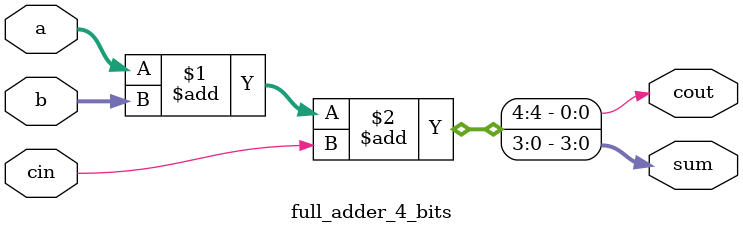
<source format=v>
module full_adder_4_bits (
    input  wire [3:0] a,
    input  wire [3:0] b,
    input  wire       cin,
    output wire [3:0] sum,
    output wire       cout
);

    assign {cout, sum} = a + b + cin;

endmodule

</source>
